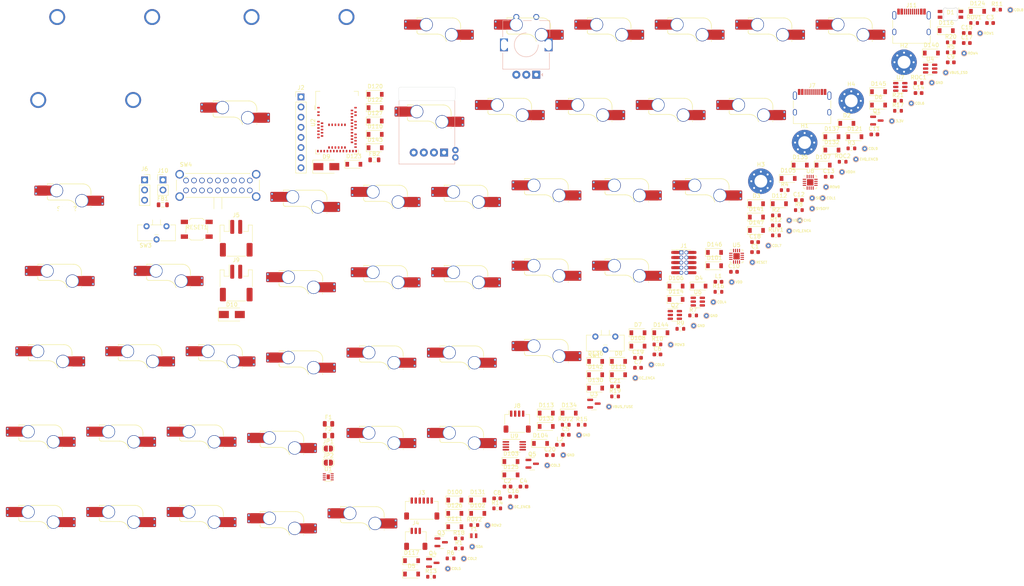
<source format=kicad_pcb>
(kicad_pcb (version 20211014) (generator pcbnew)
  (title_block (title "ALOIDIA Keyboard Left Side PCB") (date "2022-07-06") (comment 2 "Author: Vincent Nguyen"))
  (layers (0 "F.Cu" signal) (31 "B.Cu" signal) (34 "B.Paste" user) (35 "F.Paste" user) (36 "B.SilkS" user "B.Silkscreen") (37 "F.SilkS" user "F.Silkscreen") (38 "B.Mask" user) (39 "F.Mask" user) (44 "Edge.Cuts" user))
  (net 0 "")
  (net 1 "Net-(R5-Pad2)")
  (net 2 "SYSOFF")
  (net 3 "GND")
  (net 4 "/NTC")
  (net 5 "/TS")
  (net 6 "Net-(R16-Pad1)")
  (net 7 "Net-(R11-Pad1)")
  (net 8 "Net-(D1-Pad2)")
  (net 9 "VBUS")
  (net 10 "D-")
  (net 11 "/MCU_D-")
  (net 12 "/VOC_SAMP")
  (net 13 "/VBAT_UV")
  (net 14 "/VRDIV")
  (net 15 "/VBAT_OV")
  (net 16 "CELL+")
  (net 17 "D+")
  (net 18 "/MCU_D+")
  (net 19 "Net-(R21-Pad1)")
  (net 20 "/CC1")
  (net 21 "/CC2")
  (net 22 "/VM")
  (net 23 "+BATT")
  (net 24 "/AP_VDD")
  (net 25 "/ISET")
  (net 26 "Net-(Q1-Pad1)")
  (net 27 "/ILIM")
  (net 28 "VDD_nrf")
  (net 29 "SCL")
  (net 30 "SDA")
  (net 31 "LED_BLUE")
  (net 32 "LED_GREEN")
  (net 33 "Net-(R10-Pad1)")
  (net 34 "Net-(D1-Pad1)")
  (net 35 "/TMR")
  (net 36 "CHG")
  (net 37 "Net-(D1-Pad3)")
  (net 39 "ROW4")
  (net 40 "ROW3")
  (net 41 "ROW2")
  (net 42 "ROW1")
  (net 43 "ROW0")
  (net 44 "COL9")
  (net 45 "COL8")
  (net 46 "COL7")
  (net 47 "COL6")
  (net 48 "COL5")
  (net 49 "COL4")
  (net 51 "/XL1")
  (net 52 "/XL2")
  (net 56 "EVQ_ENCB")
  (net 58 "EVQ_ENCA")
  (net 61 "VDDH")
  (net 62 "/DCCH")
  (net 63 "COL3")
  (net 64 "COL2")
  (net 65 "COL1")
  (net 66 "COL0")
  (net 67 "RESET")
  (net 68 "DIN")
  (net 69 "SCK")
  (net 70 "CS")
  (net 71 "DC")
  (net 72 "RST")
  (net 73 "BUSY")
  (net 74 "SWO")
  (net 75 "EC_ENCB")
  (net 76 "EC_ENCA")
  (net 78 "SWDIO")
  (net 80 "SWCLK")
  (net 88 "Net-(Q2-Pad2)")
  (net 89 "-BATT")
  (net 90 "/DO")
  (net 91 "/CO")
  (net 94 "VBUS_ESD")
  (net 96 "/LTC_G")
  (net 97 "VBUS_FUSE")
  (net 98 "/VBUS_REM_FUSE")
  (net 99 "+3.3V")
  (net 101 "/LTC_IN")
  (net 104 "/VREF_SAMP")
  (net 106 "/VSTOR")
  (net 107 "/LBST")
  (net 109 "Net-(FB1-Pad1)")
  (net 110 "Net-(FB2-Pad1)")
  (net 111 "/VBUS_IN")
  (net 112 "/VBUS_REM")
  (net 113 "Net-(D133-Pad1)")
  (net 114 "Net-(D134-Pad1)")
  (net 115 "Net-(D135-Pad1)")
  (net 116 "Net-(D136-Pad1)")
  (net 117 "Net-(D137-Pad1)")
  (net 118 "Net-(D140-Pad1)")
  (net 119 "Net-(D141-Pad1)")
  (net 120 "Net-(D142-Pad1)")
  (net 121 "Net-(D143-Pad1)")
  (net 122 "Net-(D144-Pad1)")
  (net 123 "Net-(D145-Pad1)")
  (net 124 "Net-(D146-Pad1)")
  (net 125 "/ROW4_SW")
  (net 126 "Net-(D132-Pad1)")
  (net 127 "Net-(D2-Pad1)")
  (net 128 "Net-(D3-Pad1)")
  (net 129 "Net-(D4-Pad1)")
  (net 130 "Net-(D5-Pad1)")
  (net 131 "Net-(D6-Pad1)")
  (net 132 "Net-(D126-Pad1)")
  (net 133 "Net-(D100-Pad1)")
  (net 134 "Net-(D101-Pad1)")
  (net 135 "Net-(D102-Pad1)")
  (net 136 "Net-(D103-Pad1)")
  (net 137 "Net-(D104-Pad1)")
  (net 138 "Net-(D105-Pad1)")
  (net 139 "Net-(D106-Pad1)")
  (net 140 "Net-(D107-Pad1)")
  (net 141 "Net-(D108-Pad1)")
  (net 142 "Net-(D110-Pad1)")
  (net 143 "Net-(D111-Pad1)")
  (net 144 "Net-(D114-Pad1)")
  (net 145 "Net-(D112-Pad1)")
  (net 146 "Net-(D113-Pad1)")
  (net 147 "Net-(D115-Pad1)")
  (net 148 "Net-(D116-Pad1)")
  (net 149 "Net-(D117-Pad1)")
  (net 150 "Net-(D120-Pad1)")
  (net 151 "Net-(D121-Pad1)")
  (net 152 "Net-(D122-Pad1)")
  (net 153 "Net-(D123-Pad1)")
  (net 154 "Net-(D124-Pad1)")
  (net 155 "Net-(D125-Pad1)")
  (net 156 "Net-(D127-Pad1)")
  (net 157 "Net-(D130-Pad1)")
  (net 158 "Net-(D131-Pad1)")
  (net 159 "Net-(D10-Pad2)")
  (net 170 "Net-(J3-Pad1)")
  (net 171 "Net-(J3-Pad2)")
  (net 172 "Net-(J3-Pad3)")
  (net 173 "Net-(J3-Pad4)")
  (net 174 "Net-(J3-Pad5)")
  (net 175 "Net-(J3-Pad6)")
  (footprint "0_mx:MX_HS_AS_1u" (layer "F.Cu") (at -254.985945 111.288002)
    (fp_text reference "SW106" hide)
    (fp_text value "SW_Push")
  )
  (footprint "Resistor_SMD:R_0603_1608Metric" (layer "F.Cu") (at -142.855945 104.488002)
    (fp_text reference "RUV2")
    (fp_text value "6.04M")
  )
  (footprint "Package_DFN_QFN:VQFN-16-1EP_3x3mm_P0.5mm_EP1.6x1.6mm" (layer "F.Cu") (at -81.545945 43.618002)
    (fp_text reference "U8")
    (fp_text value "BQ25504")
  )
  (footprint "Connector_JST:JST_SH_SM03B-SRSS-TB_1x03-1MP_P1.00mm_Horizontal" (layer "F.Cu") (at -180.465945 133.118002)
    (fp_text reference "J4")
    (fp_text value "SM03B-SRSS-TB(LF)(SN)")
  )
  (footprint "Capacitor_SMD:C_0603_1608Metric" (layer "F.Cu") (at -65.455945 31.608002)
    (fp_text reference "C11")
    (fp_text value "0.1uF")
  )
  (footprint "Diode_SMD:D_SOD-123" (layer "F.Cu") (at -109.435945 69.668002)
    (fp_text reference "D4")
    (fp_text value "1N4148W")
  )
  (footprint "0_various:TestPoint" (layer "F.Cu") (at -168.415945 138.098002)
    (fp_text reference "TP23" hide)
    (fp_text value "COL2" hide)
  )
  (footprint "Capacitor_SMD:C_0603_1608Metric" (layer "F.Cu") (at -95.365945 61.138002)
    (fp_text reference "C1")
    (fp_text value "100nF")
  )
  (footprint "Capacitor_SMD:C_0603_1608Metric" (layer "F.Cu") (at -160.035945 122.958002)
    (fp_text reference "C8")
    (fp_text value "2.2uF")
  )
  (footprint "Capacitor_SMD:C_0603_1608Metric" (layer "F.Cu") (at -46.275945 13.508002)
    (fp_text reference "C9")
    (fp_text value "1uF")
  )
  (footprint "Diode_SMD:D_SOD-123" (layer "F.Cu") (at -141.985945 101.558002)
    (fp_text reference "D134")
    (fp_text value "1N4148W")
  )
  (footprint "0_mx:MX_HS_AS_1u" (layer "F.Cu") (at -250.225945 91.118002)
    (fp_text reference "SW130" hide)
    (fp_text value "SW_Push")
  )
  (footprint "Resistor_SMD:R_0603_1608Metric" (layer "F.Cu") (at -119.855945 84.318002)
    (fp_text reference "R10")
    (fp_text value "1.27k")
  )
  (footprint "0_various:TestPoint" (layer "F.Cu") (at -86.805945 53.178002)
    (fp_text reference "TP4" hide)
    (fp_text value "VBUS" hide)
  )
  (footprint "0_various:TestPoint" (layer "F.Cu") (at -166.315945 135.088002)
    (fp_text reference "TP10" hide)
    (fp_text value "SDA" hide)
  )
  (footprint "Diode_SMD:D_SOD-123" (layer "F.Cu") (at -190.645945 34.938002)
    (fp_text reference "D143")
    (fp_text value "1N4148W")
  )
  (footprint "0_various:TestPoint" (layer "F.Cu") (at -47.555945 16.088002)
    (fp_text reference "TP5" hide)
    (fp_text value "VBUS_ESD" hide)
  )
  (footprint "Diode_SMD:D_SOD-123" (layer "F.Cu") (at -129.605945 91.928002)
    (fp_text reference "D115")
    (fp_text value "1N4148W")
  )
  (footprint "0_mx:MX_HS_AS_1u" (layer "F.Cu") (at -208.825945 52.348002)
    (fp_text reference "SW115" hide)
    (fp_text value "SW_Push")
  )
  (footprint "Diode_SMD:D_SOD-123" (layer "F.Cu") (at -129.605945 88.578002)
    (fp_text reference "D8")
    (fp_text value "SMF5.0CA")
  )
  (footprint "0_switch_button:SW_EG6201" (layer "F.Cu") (at -230.085945 44.408002)
    (fp_text reference "SW4")
    (fp_text value "EG6201")
  )
  (footprint "Diode_SMD:D_SOD-123" (layer "F.Cu") (at -135.355945 95.278002)
    (fp_text reference "D130")
    (fp_text value "1N4148W")
  )
  (footprint "Diode_SMD:D_SOD-123" (layer "F.Cu") (at -78.285945 39.298002)
    (fp_text reference "D107")
    (fp_text value "1N4148W")
  )
  (footprint "Inductor_SMD:L_0805_2012Metric" (layer "F.Cu") (at -190.845945 37.988002)
    (fp_text reference "FB2")
    (fp_text value "MH2029-600Y")
  )
  (footprint "marbastlib-various:SW_SSSS213100" (layer "F.Cu") (at -245.480945 56.308002)
    (fp_text reference "SW3")
    (fp_text value "SSSS213100")
  )
  (footprint "Resistor_SMD:R_0603_1608Metric" (layer "F.Cu") (at -90.135945 54.438002)
    (fp_text reference "R12")
    (fp_text value "1.4k")
  )
  (footprint "Diode_SMD:D_SOD-123" (layer "F.Cu") (at -115.185945 69.668002)
    (fp_text reference "D106")
    (fp_text value "1N4148W")
  )
  (footprint "0_various:TestPoint" (layer "F.Cu") (at -31.355945 0.358002)
    (fp_text reference "TP26" hide)
    (fp_text value "COL8" hide)
  )
  (footprint "Diode_SMD:D_SOD-123" (layer "F.Cu") (at -170.665945 123.378002)
    (fp_text reference "D100")
    (fp_text value "1N4148W")
  )
  (footprint "0_various:TestPoint" (layer "F.Cu") (at -143.485945 112.088002)
    (fp_text reference "TP30" hide)
    (fp_text value "GND" hide)
  )
  (footprint "0_mx:MX_HS_AS_1u" (layer "F.Cu") (at -189.715945 111.618002)
    (fp_text reference "SW102" hide)
    (fp_text value "SW_Push")
  )
  (footprint "Connector_JST:JST_PH_S2B-PH-SM4-TB_1x02-1MP_P2.00mm_Horizontal" (layer "F.Cu") (at -225.495945 57.658002)
    (fp_text reference "J5")
    (fp_text value "S2B-PH-SM4-TB(LF)(SN)")
  )
  (footprint "Resistor_SMD:R_0603_1608Metric" (layer "F.Cu") (at -110.905945 77.048002)
    (fp_text reference "R7")
    (fp_text value "10k")
  )
  (footprint "0_various:TestPoint" (layer "F.Cu") (at -81.055945 50.238002)
    (fp_text reference "TP7" hide)
    (fp_text value "SYSOFF" hide)
  )
  (footprint "0_various:FTSH-105-01" (layer "F.Cu") (at -113.235945 63.768002)
    (fp_text reference "J1")
    (fp_text value "SWD_02x05_1.27mm")
  )
  (footprint "0_mx:MX_HS_AS_1u" (layer "F.Cu") (at -214.645945 112.858002)
    (fp_text reference "SW131" hide)
    (fp_text value "SW_Push")
  )
  (footprint "0_mx:MX_HS_AS_1u" (layer "F.Cu") (at -157.505945 29.288002)
    (fp_text reference "SW243" hide)
    (fp_text value "SW_Push")
  )
  (footprint "Inductor_SMD:L_0603_1608Metric" (layer "F.Cu") (at -104.555945 68.598002)
    (fp_text reference "L1")
    (fp_text value "10uH")
  )
  (footprint "Package_TO_SOT_SMD:SOT-23" (layer "F.Cu") (at -135.785945 99.178002)
    (fp_text reference "U3")
    (fp_text value "MCP1812AT-033/TT")
  )
  (footprint "0_mx:MX_HS_AS_1u_EVQWGD001" (layer "F.Cu") (at -177.675945 30.953002)
    (fp_text reference "SW2")
    (fp_text value "MX_EVQWGD001")
    (fp_line (start -7.1 -8.35) (end -7.1 -10.7) (layer "Edge.Cuts") (width 0.05))
    (fp_line (start -6.575 -11.225) (end 6.575 -11.225) (layer "Edge.Cuts") (width 0.05))
    (fp_line (start 7.1 -10.7) (end 7.1 -8.35) (layer "Edge.Cuts") (width 0.05))
    (fp_line (start 6.575 -7.825) (end -6.575 -7.825) (layer "Edge.Cuts") (width 0.05))
    (fp_arc (start -6.575 -7.825) (mid -6.946231 -7.978769) (end -7.1 -8.35) (layer "Edge.Cuts") (width 0.05))
    (fp_arc (start -7.1 -10.7) (mid -6.946231 -11.071231) (end -6.575 -11.225) (layer "Edge.Cuts") (width 0.05))
    (fp_arc (start 7.1 -8.35) (mid 6.946231 -7.978769) (end 6.575 -7.825) (layer "Edge.Cuts") (width 0.05))
    (fp_arc (start 6.575 -11.225) (mid 6.946231 -11.071231) (end 7.1 -10.7) (layer "Edge.Cuts") (width 0.05))
  )
  (footprint "0_mx:MX_HS_AS_1u" (layer "F.Cu") (at -92.235945 9.118002)
    (fp_text reference "SW134" hide)
    (fp_text value "SW_Push")
  )
  (footprint "0_mx:MX_HS_AS_1.5u" (layer "F.Cu") (at -226.413445 29.948002)
    (fp_text reference "SW144" hide)
    (fp_text value "SW_Push")
  )
  (footprint "Diode_SMD:D_SOD-123" (layer "F.Cu") (at -72.345945 28.828002)
    (fp_text reference "D2")
    (fp_text value "1N4148W")
  )
  (footprint "Resistor_SMD:R_0603_1608Metric" (layer "F.Cu") (at -176.635945 142.628002)
    (fp_text reference "R13")
    (fp_text value "22k")
  )
  (footprint "0_various:TestPoint" (layer "F.Cu") (at -92.035945 59.528002)
    (fp_text reference "TP25" hide)
    (fp_text value "COL7" hide)
  )
  (footprint "Resistor_SMD:R_0603_1608Metric" (layer "F.Cu") (at -169.645945 135.518002)
    (fp_text reference "R1")
    (fp_text value "100k")
  )
  (footprint "0_mx:MX_HS_AS_1u" (layer "F.Cu") (at -254.985945 131.458002)
    (fp_text reference "SW125" hide)
    (fp_text value "SW_Push")
  )
  (footprint "Diode_SMD:D_SOD-123" (layer "F.Cu") (at -147.735945 101.558002)
    (fp_text reference "D113")
    (fp_text value "1N4148W")
  )
  (footprint "Resistor_SMD:R_0603_1608Metric" (layer "F.Cu") (at -71.205945 35.108002)
    (fp_text reference "R3")
    (fp_text value "27")
  )
  (footprint "Diode_SMD:D_SOD-123" (layer "F.Cu") (at -95.015945 52.348002)
    (fp_text reference "D141")
    (fp_text value "1N4148W")
  )
  (footprint "0_mx:MX_HS_AS_1.25u" (layer "F.Cu") (at -243.084695 70.948002)
    (fp_text reference "SW142" hide)
    (fp_text value "SW_Push")
  )
  (footprint "Capacitor_SMD:C_0603_1608Metric" (layer "F.Cu") (at -142.855945 106.998002)
    (fp_text reference "C5")
    (fp_text value "2.2uF")
  )
  (footprint "0_various:TestPoint" (layer "F.Cu") (at -78.405945 47.588002)
    (fp_text reference "TP22" hide)
    (fp_text value "COL1" hide)
  )
  (footprint "Diode_SMD:D_SOD-123" (layer "F.Cu") (at -164.915945 123.378002)
    (fp_text reference "D131")
    (fp_text value "1N4148W")
  )
  (footprint "Resistor_SMD:R_0603_1608Metric" (layer "F.Cu") (at -34.685945 0.288002)
    (fp_text reference "R11")
    (fp_text value "1.15k")
  )
  (footprint "MountingHole:MountingHole_3.2mm_M3_Pad_Via" (layer "F.Cu") (at -71.245945 23.178002)
    (fp_text reference "H4")
    (fp_text value "3.2mm_M3")
  )
  (footprint "marbastlib-mx:STAB_MX_P_2.25u" (layer "F.Cu") (at -263.249695 29.948002)
    (fp_text reference "S146" hide)
    (fp_text value "MX_stab")
  )
  (footprint "Crystal:Crystal_SMD_MicroCrystal_CM9V-T1A-2Pin_1.6x1.0mm" (layer "F.Cu") (at -165.915945 132.338002)
    (fp_text reference "Y1")
    (fp_text value "32.768kHz")
  )
  (footprint "0_mx:MX_HS_AS_1.25u" (layer "F.Cu") (at -272.774695 91.118002)
    (fp_text reference "SW244" hide)
    (fp_text value "SW_Push")
  )
  (footprint "Diode_SMD:D_SOD-123" (layer "F.Cu") (at -64.395945 24.228002)
    (fp_text reference "D6")
    (fp_text value "1N4148W")
  )
  (footprint "0_mx:MX_HS_AS_1u" (layer "F.Cu") (at -112.405945 9.118002)
    (fp_text reference "SW246" hide)
    (fp_text value "SW_Push")
  )
  (footprint "0_various:TestPoint" (layer "F.Cu") (at -61.055945 28.248002)
    (fp_text reference "TP1" hide)
    (fp_text value "3.3V" hide)
  )
  (footprint "0_mx:MX_HS_AS_1u" (layer "F.Cu") (at -214.645945 133.028002)
    (fp_text reference "SW124" hide)
    (fp_text value "SW_Push")
  )
  (footprint "Package_TO_SOT_SMD:SOT-23-6" (layer "F.Cu") (at -115.485945 76.918002)
    (fp_text reference "Q2")
    (fp_text value "DMG9926UDM")
  )
  (footprint "Diode_SMD:D_SOD-123" (layer "F.Cu") (at -181.515945 138.598002)
    (fp_text reference "D117")
    (fp_text value "1N4148W")
  )
  (footprint "0_mx:MX_HS_AS_1u" (layer "F.Cu") (at -168.485945 71.278002)
    (fp_text reference "SW133" hide)
    (fp_text value "SW_Push")
  )
  (footprint "Capacitor_SMD:C_0603_1608Metric" (layer "F.Cu") (at -95.365945 58.628002)
    (fp_text reference "C18")
    (fp_text value "10nF")
  )
  (footprint "Capacitor_SMD:C_0603_1608Metric" (layer "F.Cu") (at -84.385945 48.088002)
    (fp_text reference "C12")
    (fp_text value "0.1uF")
  )
  (footprint "0_mx:MX_HS_AS_1u" (layer "F.Cu") (at -209.885945 72.518002)
    (fp_text reference "SW132" hide)
    (fp_text value "SW_Push")
  )
  (footprint "0_mx:MX_HS_AS_1u" (layer "F.Cu") (at -189.715945 91.448002)
    (fp_text reference "SW114" hide)
    (fp_text value "SW_Push")
  )
  (footprint "0_switch_button:PTS526" (layer "F.Cu") (at -235.395945 55.408002)
    (fp_text reference "RESET1")
    (fp_text value "PTS526 SKG15 SMTR2 LFS")
  )
  (footprint "Diode_SMD:D_SOD-123" (layer "F.Cu") (at -51.155945 11.178002)
    (fp_text reference "D140")
    (fp_text value "1N4148W")
  )
  (footprint "Diode_SMD:D_SMA" (layer "F.Cu") (at -202.895945 39.688002)
    (fp_text reference "D9")
    (fp_text value "SMAJ70A")
  )
  (footprint "Package_SO:MSOP-8_3x3mm_P0.65mm" (layer "F.Cu") (at -155.755945 109.768002)
    (fp_text reference "U9")
    (fp_text value "LTC4359-MS8")
  )
  (footprint "Diode_SMD:D_SOD-123" (layer "F.Cu") (at -190.645945 24.888002)
    (fp_text reference "D122")
    (fp_text value "1N4148W")
  )
  (footprint "Diode_SMD:D_SOD-123" (layer "F.Cu") (at -47.415945 5.558002)
    (fp_text reference "D116")
    (fp_text value "1N4148W")
  )
  (footprint "Diode_SMD:D_SOD-123" (layer "F.Cu") (at -170.665945 130.078002)
    (fp_text reference "D111")
    (fp_text value "1N4148W")
  )
  (footprint "0_various:TestPoint" (layer "F.Cu") (at -38.935945 6.218002)
    (fp_text reference "TP17" hide)
    (fp_text value "ROW1" hide)
  )
  (footprint "Connector_USB:USB_C_Receptacle_HRO_TYPE-C-31-M-12" (layer "F.Cu") (at -81.065945 24.998002)
    (fp_text reference "J7")
    (fp_text value "USB4105-GF-A-120")
  )
  (footprint "0_various:TestPoint" (layer "F.Cu") (at -147.495945 114.678002)
    (fp_text reference "TP33" hide)
    (fp_text value "COL3" hide)
  )
  (footprint "0_various:TestPoint" (layer "F.Cu") (at -107.575945 77.118002)
    (fp_text reference "TP31" hide)
    (fp_text value "GND" hide)
  )
  (footprint "0_mx:MX_HS_AS_1u" (layer "F.Cu") (at -188.655945 71.278002)
    (fp_text reference "SW107" hide)
    (fp_text value "SW_Push")
  )
  (footprint "Resistor_SMD:R_0603_1608Metric" (layer "F.Cu") (at -54.365945 18.708002)
    (fp_text reference "ROC1")
    (fp_text value "16.2M")
  )
  (footprint "0_various:TestPoint" (layer "F.Cu") (at -51.035945 18.628002)
    (fp_text reference "TP32" hide)
    (fp_text value "GND" hide)
  )
  (footprint "Resistor_SMD:R_0603_1608Metric" (layer "F.Cu") (at -130.475945 97.368002)
    (fp_text reference "R19")
    (fp_text value "5.1k")
  )
  (footprint "Connector_PinHeader_2.54mm:PinHeader_1x08_P2.54mm_Vertical" (layer "F.Cu") (at -209.245945 22.188002)
    (fp_text reference "J2")
    (fp_text value "Pin headers 2.54mm 01x08")
  )
  (footprint "0_mx:MX_HS_AS_1u" (layer "F.Cu") (at -169.545945 91.448002)
    (fp_text reference "SW136" hide)
    (fp_text value "SW_Push")
  )
  (footprint "Capacitor_SMD:C_0603_1608Metric" (layer "F.Cu") (at -42.265945 8.658002)
    (fp_text reference "C17")
    (fp_text value "4.7uF")
  )
  (footprint "Diode_SMD:D_SOD-123" (layer "F.Cu") (at -181.515945 141.948002)
    (fp_text reference "D5")
    (fp_text value "1N4148W")
  )
  (footprint "Connector_USB:USB_C_Receptacle_HRO_TYPE-C-31-M-12" (layer "F.Cu") (at -56.135945 4.828002)
    (fp_text reference "J11")
    (fp_text value "USB4105-GF-A-120")
  )
  (footprint "Diode_SMD:D_SOD-123" (layer "F.Cu") (at -84.035945 39.298002)
    (fp_text reference "D135")
    (fp_text value "1N4148W")
  )
  (footprint "Resistor_SMD:R_0603_1608Metric" (layer "F.Cu") (at -73.405945 38.458002)
    (fp_text reference "ROC2")
    (fp_text value "3.8M")
  )
  (footprint "Diode_SMD:D_SOD-123" (layer "F.Cu") (at -190.645945 21.538002)
    (fp_text reference "D120")
    (fp_text value "1N4148W")
  )
  (footprint "Jumper:SolderJumper-2_P1.3mm_Open_RoundedPad1.0x1.5mm" (layer "F.Cu") (at -202.385945 110.448002)
    (fp_text reference "JP1")
    (fp_text value "OVCH_DISABLE")
  )
  (footprint "Diode_SMD:D_SOD-123" (layer "F.Cu") (at -190.645945 28.238002)
    (fp_text reference "D127")
    (fp_text value "1N4148W")
  )
  (footprint "0_various:IN-P32TRRRGB" (layer "F.Cu") (at -46.365945 1.458002)
    (fp_text reference "D1")
    (fp_text value "IN-P32TRRRGB")
    (fp_line (start 1.724999 0.702843) (end 1.725 -0.702842) (layer "Edge.Cuts") (width 0.1))
    (fp_line (start -0.819452 1.5) (end 0.819452 1.5) (layer "Edge.Cuts") (width 0.1))
    (fp_line (start -1.725 -0.702842) (end -1.725 0.702842) (layer "Edge.Cuts") (width 0.1))
    (fp_line (start 0.819453 -1.5) (end -0.819453 -1.499999) (layer "Edge.Cuts") (width 0.1))
    (fp_arc (start -1.071711 1.568299) (mid -1.663072 1.504035) (end -1.774484 0.919719) (layer "Edge.Cuts") (width 0.1))
    (fp_arc (start -1.774484 -0.91972) (mid -1.663071 -1.504034) (end -1.071711 -1.568298) (layer "Edge.Cuts") (width 0.1))
    (fp_arc (start 1.724999 -0.702842) (mid 1.737527 -0.814068) (end 1.774484 -0.91972) (layer "Edge.Cuts") (width 0.1))
    (fp_arc (start -0.819453 -1.499999) (mid -0.950123 -1.517376) (end -1.071711 -1.568298) (layer "Edge.Cuts") (width 0.1))
    (fp_arc (start -1.724999 0.702842) (mid -1.737519 0.81407) (end -1.774484 0.91972) (layer "Edge.Cuts") (width 0.1))
    (fp_arc (start 1.071711 -1.568299) (mid 1.663056 -1.504021) (end 1.774484 -0.91972) (layer "Edge.Cuts") (width 0.1))
    (fp_arc (start 1.774484 0.91972) (mid 1.737518 0.81407) (end 1.724999 0.702843) (layer "Edge.Cuts") (width 0.1))
    (fp_arc (start -1.774484 -0.91972) (mid -1.737528 -0.814068) (end -1.724999 -0.702843) (layer "Edge.Cuts") (width 0.1))
    (fp_arc (start -1.071711 1.568299) (mid -0.950123 1.517377) (end -0.819452 1.5) (layer "Edge.Cuts") (width 0.1))
    (fp_arc (start 1.774484 0.91972) (mid 1.66307 1.504034) (end 1.071711 1.568297) (layer "Edge.Cuts") (width 0.1))
    (fp_arc (start 1.071711 -1.568299) (mid 0.950123 -1.517377) (end 0.819453 -1.5) (layer "Edge.Cuts") (width 0.1))
    (fp_arc (start 0.819452 1.5) (mid 0.950122 1.517377) (end 1.07171 1.568299) (layer "Edge.Cuts") (width 0.1))
  )
  (footprint "0_mx:MX_HS_AS_1u" (layer "F.Cu") (at -209.885945 92.688002)
    (fp_text reference "SW117" hide)
    (fp_text value "SW_Push")
  )
  (footprint "0_various:TestPoint" (layer "F.Cu") (at -84.155945 53.178002)
    (fp_text reference "TP8" hide)
    (fp_text value "CHG" hide)
  )
  (footprint "Jumper:SolderJumper-2_P1.3mm_Open_RoundedPad1.0x1.5mm" (layer "F.Cu") (at -202.385945 113.998002)
    (fp_text reference "JP2")
    (fp_text value "REV_PROT_DISABLE")
  )
  (footprint "Diode_SMD:D_SOD-123" (layer "F.Cu") (at -70.335945 32.178002)
    (fp_text reference "D121")
    (fp_text value "1N4148W")
  )
  (footprint "Package_TO_SOT_SMD:SOT-23" (layer "F.Cu") (at -64.825945 28.128002)
    (fp_text reference "Q1")
    (fp_text value "PJA3404")
  )
  (footprint "Diode_SMD:D_SOD-123" (layer "F.Cu") (at -105.535945 64.568002)
    (fp_text reference "D101")
    (fp_text value "1N4148W")
  )
  (footprint "0_various:TestPoint" (layer "F.Cu") (at -56.185945 23.798002)
    (fp_text reference "TP24" hide)
    (fp_text value "COL6" hide)
  )
  (footprint "Resistor_SMD:R_0603_1608Metric" (layer "F.Cu") (at -165.785945 129.658002)
    (fp_text reference "ROV2")
    (fp_text value "5.49M")
  )
  (footprint "Diode_SMD:D_SOD-123" (layer "F.Cu") (at -195.995945 39.088002)
    (fp_text reference "D123")
    (fp_text value "1N4148W")
  )
  (footprint "Capacitor_SMD:C_0603_1608Metric" (layer "F.Cu") (at -42.265945 6.148002)
    (fp_text reference "C15")
    (fp_text value "4.7uF")
  )
  (footprint "MountingHole:MountingHole_3.2mm_M3_Pad_Via" (layer "F.Cu") (at -93.915945 43.348002)
    (fp_text reference "H3")
    (fp_text value "3.2mm_M3")
  )
  (footprint "Diode_SMD:D_SOD-123" (layer "F.Cu") (at -64.395945 20.878002)
    (fp_text reference "D145")
    (fp_text value "1N4148W")
  )
  (footprint "Diode_SMD:D_SOD-123" (layer "F.Cu") (at -149.175945 109.168002)
    (fp_text reference "D104")
    (fp_text value "1N4148W")
  )
  (footprint "0_mx:MX_HS_AS_1u" (layer "F.Cu") (at -194.475945 131.788002)
    (fp_text reference "SW121" hide)
    (fp_text value "SW_Push")
  )
  (footprint "Package_DFN_QFN:VQFN-16-1EP_3x3mm_P0.5mm_EP1.6x1.6mm" (layer "F.Cu") (at -100.015945 62.188002)
    (fp_text reference "U5")
    (fp_text value "BQ24075RGT")
  )
  (footprint "Capacitor_SMD:C_0603_1608Metric" (layer "F.Cu") (at -54.365945 21.218002)
    (fp_text reference "C14")
    (fp_text value "4.7uF")
  )
  (footprint "0_mx:MX_HS_AS_1u" (layer "F.Cu") (at -72.065945 9.118002)
    (fp_text reference "SW116" hide)
    (fp_text value "SW_Push")
  )
  (footprint "0_various:TestPoint" (layer "F.Cu") (at -172.425945 140.608002)
    (fp_text reference "TP35" hide)
    (fp_text value "COL5" hide)
  )
  (footprint "Diode_SMD:D_SOD-123" (layer "F.Cu") (at -95.015945 55.698002)
    (fp_text reference "D147")
    (fp_text value "1N4148W")
  )
  (footprint "Diode_SMD:D_SMA" (layer "F.Cu") (at -226.595945 76.808002)
    (fp_text reference "D10")
    (fp_text value "SMAJ24A")
  )
  (footprint "0_various:TestPoint" (layer "F.Cu") (at -77.575945 44.808002)
    (fp_text reference "TP16" hide)
    (fp_text value "ROW0" hide)
  )
  (footprint "0_various:TestPoint" (layer "F.Cu") (at -73.565945 41.038002)
    (fp_text reference "TP3" hide)
    (fp_text value "VDDH" hide)
  )
  (footprint "Resistor_SMD:R_0603_1608Metric" (layer "F.Cu") (at -160.035945 125.468002)
    (fp_text reference "R14")
    (fp_text value "2.7k")
  )
  (footprint "Connector_PinSocket_2.54mm:PinSocket_1x03_P2.54mm_Vertical" (layer "F.Cu") (at -248.465945 43.018002)
    (fp_text reference "J6")
    (fp_text value "Pin headers 2.54mm 01x03")
  )
  (footprint "0_mx:MX_HS_AS_1u" (layer "F.Cu") (at -148.315945 49.458002)
    (fp_text reference "SW110" hide)
    (fp_text value "SW_Push")
  )
  (footprint "0_mx:MX_HS_AS_1.25u" (layer "F.Cu") (at -175.294695 9.118002)
    (fp_text reference "SW143" hide)
    (fp_text value "SW_Push")
  )
  (footprint "Connector_JST:JST_PH_S2B-PH-SM4-TB_1x02-1MP_P2.00mm_Horizontal" (layer "F.Cu") (at -225.495945 68.908002)
    (fp_text reference "J9")
    (fp_text value "S2B-PH-SM4-TB(LF)(SN)")
  )
  (footprint "Resistor_SMD:R_0603_1608Metric" (layer "F.Cu") (at -114.105945 80.398002)
    (fp_text reference "R9")
    (fp_text value "100k")
  )
  (footprint "0_mx:MX_HS_AS_1u" (layer "F.Cu") (at -230.055945 91.118002)
    (fp_text reference "SW123" hide)
    (fp_text value "SW_Push")
  )
  (footprint "Capacitor_SMD:C_0603_1608Metric" (layer "F.Cu") (at -146.815945 112.098002)
    (fp_text reference "C20")
    (fp_text value "1.5uF")
  )
  (footprint "Package_TO_SOT_SMD:SOT-23" (layer "F.Cu") (at -174.095945 133.978002)
    (fp_text reference "Q3")
    (fp_text value "Si2371EDS")
  )
  (footprint "Resistor_SMD:R_0603_1608Metric" (layer "F.Cu") (at -169.645945 133.008002)
    (fp_text reference "R18")
    (fp_text value "2.7k")
  )
  (footprint "Diode_SMD:D_SOD-123" (layer "F.Cu") (at -39.565945 0.708002)
    (fp_text reference "D124")
    (fp_text value "1N4148W")
  )
  (footprint "Resistor_SMD:R_0603_1608Metric" (layer "F.Cu") (at -59.515945 25.668002)
    (fp_text reference "R17")
    (fp_text value "330")
  )
  (footprint "0_various:TestPoint" (layer "F.Cu") (at -110.775945 79.628002)
    (fp_text reference "TP28" hide)
    (fp_text value "GND" hide)
  )
  (footprint "0_various:TestPoint" (layer "F.Cu") (at -96.045945 63.718002)
    (fp_text reference "TP15" hide)
    (fp_text value "RESET" hide)
  )
  (footprint "0_mx:MX_HS_AS_1.5u" (layer "F.Cu") (at -270.393445 70.948002)
    (fp_text reference "SW112" hide)
    (fp_text value "SW_Push")
  )
  (footprint "Diode_SMD:D_SOD-123" (layer "F.Cu") (at -76.085945 32.178002)
    (fp_text reference "D137")
    (fp_text value "1N4148W")
  )
  (footprint "Capacitor_SMD:C_0603_1608Metric" (layer "F.Cu") (at -100.655945 66.088002)
    (fp_text reference "C10")
    (fp_text value "0.1uF")
  )
  (footprint "Resistor_SMD:R_0603_1608Metric" (layer "F.Cu") (at -46.275945 10.998002)
    (fp_text reference "R5")
    (fp_text value "100k")
  )
  (footprint "0_mx:MX_HS_AS_1u" (layer "F.Cu") (at -169.545945 111.618002)
    (fp_text reference "SW103" hide)
    (fp_text value "SW_Push")
  )
  (footprint "0_mx:MX_HS_AS_1u" (layer "F.Cu") (at -107.975945 49.458002)
    (fp_text reference "SW113" hide)
    (fp_text value "SW_Push")
  )
  (footprint "0_various:TestPoint" (layer "F.Cu") (at -101.225945 68.668002)
    (fp_text reference "TP2" hide)
    (fp_text value "VDD" hide)
  )
  (footprint "0_various:TestPoint" (layer "F.Cu") (at -67.875945 35.178002)
    (fp_text reference "TP27" hide)
    (fp_text value "COL9" hide)
  )
  (footprint "0_mx:MX_HS_AS_1u" (layer "F.Cu") (at -234.815945 131.458002)
    (fp_text reference "SW141" hide)
    (fp_text value "SW_Push")
  )
  (footprint "Resistor_SMD:R_0603_1608Metric" (layer "F.Cu") (at -171.745945 138.028002)
    (fp_text reference "R6")
    (fp_text value "10k")
  )
  (footprint "Resistor_SMD:R_0603_1608Metric" (layer "F.Cu") (at -104.555945 71.108002)
    (fp_text reference "R16")
    (fp_text value "10k")
  )
  (footprint "Diode_SMD:D_SOD-123" (layer "F.Cu") (at -95.015945 48.998002)
    (fp_text reference "D3")
    (fp_text value "1N4148W")
  )
  (footprint "marbastlib-mx:STAB_MX_P_2.75u" (layer "F.Cu") (at -258.487195 9.118002)
    (fp_text reference "S246" hide)
    (fp_text value "MX_stab")
  )
  (footprint "marbastlib-mx:STAB_MX_P_2.25u" (layer "F.Cu") (at -209.749695 9.118002)
    (fp_text reference "S132" hide)
    (fp_text value "MX_stab")
  )
  (footprint "0_various:TestPoint" (layer "F.Cu") (at -116.525945 84.388002)
    (fp_text reference "TP19" hide)
    (fp_text value "ROW3" hide)
  )
  (footprint "Capacitor_SMD:C_0603_1608Metric" (layer "F.Cu") (at -76.895945 42.228002)
    (fp_text reference "C13")
    (fp_text value "0.1uF")
  )
  (footprint "Capacitor_SMD:C_0603_1608Metric" (layer "F.Cu") (at -36.425945 3.638002)
    (fp_text reference "C3")
    (fp_text value "10uF")
  )
  (footprint "Diode_SMD:D_SOD-123" (layer "F.Cu") (at -135.355945 88.578002)
    (fp_text reference "D136")
    (fp_text value "1N4148W")
  )
  (footprint "Resistor_SMD:R_0603_1608Metric" (layer "F.Cu") (at -138.845945 104.488002)
    (fp_text reference "R15")
    (fp_text value "1.8k")
  )
  (footprint "Diode_SMD:D_SOD-123" (layer "F.Cu") (at -124.735945 84.738002)
    (fp_text reference "D108")
    (fp_text value "1N4148W")
  )
  (footprint "0_mx:MX_HS_AS_1u" (layer "F.Cu") (at -137.335945 29.288002)
    (fp_text reference "SW145" hide)
    (fp_text value "SW_Push")
  )
  (footprint "Package_DFN_QFN:TDFN-8-1EP_2x2mm_P0.5mm_EP0.8x1.2mm" (layer "F.Cu") (at -202.415945 117.548002)
    (fp_text reference "U1")
    (fp_text value "MAX17048")
  )
  (footprint "Resistor_SMD:R_0603_1608Metric" (layer "F.Cu") (at -46.275945 8.488002)
    (fp_text reference "R20")
    (fp_text value "5.1k")
  )
  (footprint "0_mx:MX_HS_AS_EC11_1u" (layer "F.Cu") (at -152.745945 9.118002)
    (fp_text reference "SW100" hide)
    (fp_text value "MX_EC11")
  )
  (footprint "Capacitor_SMD:C_0603_1608Metric" (layer "F.Cu") (at -156.025945 122.508002)
    (fp_text reference "C16")
    (fp_text value "100nF")
  )
  (footprint "0_mx:MX_HS_AS_1.75u" (layer "F.Cu") (at -268.012195 50.778002)
    (fp_text reference "SW122")
    (fp_text value "SW_Push")
  )
  (footprint "Capacitor_SMD:C_0603_1608Metric" (layer "F.Cu") (at -130.475945 94.858002)
    (fp_text reference "C21")
    (fp_text value "4.7uF")
  )
  (footprint "0_mx:MX_HS_AS_1u" (layer "F.Cu") (at -275.155945 111.288002)
    (fp_text reference "SW146" hide)
    (fp_text value "SW_Push")
  )
  (footprint "Diode_SMD:D_SOD-123" (layer "F.Cu") (at -156.585945 113.718002)
    (fp_text reference "D103")
    (fp_text value "1N4148W")
  )
  (footprint "Diode_SMD:D_SOD-123" (layer "F.Cu") (at -124.735945 81.388002)
    (fp_text reference "D7")
    (fp_text value "SMF5.0CA")
  )
  (footprint "0_mx:MX_HS_AS_1u" (layer "F.Cu") (at -188.655945 51.108002)
    (fp_text reference "SW101" hide)
    (fp_text value "SW_Push")
  )
  (footprint "Connector_JST:JST_SH_SM06B-SRSS-TB_1x06-1MP_P1.00mm_Horizontal" (layer "F.Cu") (at -178.965945 125.508002)
    (fp_text reference "J3")
    (fp_text value "SM06B-SRSS-TB")
  )
  (footprint "0_various:TestPoint" (layer "F.Cu") (at -132.015945 99.948002)
    (fp_text reference "TP6" hide)
    (fp_text value "VBUS_FUSE" hide)
  )
  (footprint "Capacitor_SMD:C_0603_1608Metric" (layer "F.Cu") (at -157.455945 119.998002)
    (fp_text reference "C2")
    (fp_text value "10uF")
  )
  (footprint "Fuse:Fuse_0805_2012Metric" (layer "F.Cu") (at -202.355945 107.198002)
    (fp_text reference "F2")
    (fp_text value "0805L150SLYR")
  )
  (footprint "Inductor_SMD:L_0603_1608Metric" (layer "F.Cu") (at -144.295945 109.508002)
    (fp_text reference "L2")
    (fp_text value "22uH")
  )
  (footprint "Resistor_SMD:R_0603_1608Metric" (layer "F.Cu") (at -84.385945 50.598002)
    (fp_text reference "R8")
    (fp_text value "100k")
  )
  (footprint "Resistor_SMD:R_0603_1608Metric" (layer "F.Cu") (at -87.935945 45.578002)
    (fp_text reference "R4")
    (fp_text value "1k")
  )
  (footprint "0_various:TestPoint" (layer "F.Cu") (at -42.945945 11.238002)
    (fp_text reference "TP20" hide)
    (fp_text value "ROW4" hide)
  )
  (footprint "Package_TO_SOT_SMD:SOT-23" (layer "F.Cu") (at -176.195945 139.148002)
    (fp_text reference "Q4")
    (fp_text value "Si2371EDS")
  )
  (footprint "0_mx:MX_HS_AS_1u" (layer "F.Cu") (at -148.315945 89.798002)
    (fp_text reference "SW108" hide)
    (fp_text value "SW_Push")
  )
  (footprint "0_various:TestPoint" (layer "F.Cu") (at -162.455945 129.728002)
    (fp_text reference "TP18" hide)
    (fp_text value "ROW2" hide)
  )
  (footprint "Diode_SMD:D_SOD-123" (layer "F.Cu") (at -87.065945 42.648002)
    (fp_text reference "D105")
    (fp_text value "1N4148W")
  )
  (footprint "RF_Module:Raytac_MDBT50Q" (layer "F.Cu") (at -200.220945 28.638002)
    (fp_text reference "U2")
    (fp_text value "MDBT50Q-1MV2")
  )
  (footprint "Capacitor_SMD:C_0603_1608Metric" (layer "F.Cu") (at -124.725945 87.668002)
    (fp_text reference "C19")
    (fp_text value "10nF")
  )
  (footprint "Diode_SMD:D_SOD-123" (layer "F.Cu") (at -115.185945 73.018002)
    (fp_text reference "D114")
    (fp_text value "1N4148W")
  )
  (footprint "0_various:TestPoint" (layer "F.Cu") (at -70.075945 37.828002)
    (fp_text reference "TP11" hide)
    (fp_text value "EVQ_ENCB" hide)
  )
  (footprint "marbastlib-various:SW_SSSS213100" (layer "F.Cu") (at -132.920945 83.988002)
    (fp_text reference "SW1")
    (fp_text value "SSSS213100")
  )
  (footprint "0_various:TestPoint" (layer "F.Cu") (at -139.525945 107.068002)
    (fp_text reference "TP29" hide)
    (fp_text value "GND" hide)
  )
  (footprint "0_mx:MX_HS_AS_1u" (layer "F.Cu") (at -128.145945 69.628002)
    (fp_text reference "SW104" hide)
    (fp_text value "SW_Push")
  )
  (footprint "0_various:TestPoint" (layer "F.Cu") (at -125.405945 92.758002)
    (fp_text reference "TP14" hide)
    (fp_text value "EC_ENCA" hide)
  )
  (footprint "0_mx:MX_HS_AS_1u" (layer "F.Cu") (at -234.815945 111.288002)
    (fp_text reference "SW120" hide)
    (fp_text value "SW_Push")
  )
  (footprint "Capacitor_SMD:C_0603_1608Metric" (layer "F.Cu") (at -124.725945 90.178002)
    (fp_text reference "C7")
    (fp_text value "16pF")
  )
  (footprint "Diode_SMD:D_SOD-123" (layer "F.Cu") (at -170.665945 126.728002)
    (fp_text reference "D126")
    (fp_text value "1N4148W")
  )
  (footprint "Diode_SMD:D_SOD-123" (layer "F.Cu") (at -147.735945 104.908002)
    (fp_text reference "D133")
    (fp_text value "1N4148W")
  )
  (footprint "Resistor_SMD:R_0603_1608Metric" (layer "F.Cu") (at -90.135945 51.928002)
    (fp_text reference "R2")
    (fp_text value "27")
  )
  (footprint "Package_TO_SOT_SMD:SOT-23-6" (layer "F.Cu") (at -51.455945 15.078002)
    (fp_text reference "U4")
    (fp_text value "DMN2004DMK-7")
  )
  (footprint "Capacitor_SMD:C_0603_1608Metric" (layer "F.Cu") (at -119.855945 86.828002)
    (fp_text reference "C6")
    (fp_text value "16pF")
  )
  (footprint "0_mx:MX_HS_AS_1u" (layer "F.Cu") (at -117.165945 29.288002)
    (fp_text reference "SW137" hide)
    (fp_text value "SW_Push")
  )
  (footprint "Resistor_SMD:R_0603_1608Metric" (layer "F.Cu") (at -59.515945 23.158002)
    (fp_text reference "R21")
    (fp_text value "1k")
  )
  (footprint "0_various:TestPoint" (layer "F.Cu") (at -121.395945 89.408002)
    (fp_text reference "TP21" hide)
    (fp_text value "COL0" hide)
  )
  (footprint "Diode_SMD:D_SOD-123" (layer "F.Cu") (at -105.535945 61.218002)
    (fp_text reference "D146")
    (fp_text value "1N4148W")
  )
  (footprint "Connector_JST:JST_SH_SM04B-SRSS-TB_1x04-1MP_P1.00mm_Horizontal" (layer "F.Cu") (at -155.035945 103.688002)
    (fp_text reference "J8")
    (fp_text value "SM04B-SRSS-TB(LF)(SN)")
  )
  (footprint "Connector_PinHeader_2.54mm:PinHeader_1x02_P2.54mm_Vertical" (layer "F.Cu") (at -243.865945 43.018002)
    (fp_text reference "J10")
    (fp_text value "Pin headers 2.54mm 01x02")
  )
  (footprint "Capacitor_SMD:C_0603_1608Metric" (layer "F.Cu") (at -153.445945 119.998002)
    (fp_text reference "C4")
    (fp_text value "10uF")
  )
  (footprint "Package_TO_SOT_SMD:SOT-23" (layer "F.Cu") (at -151.265945 114.268002)
    (fp_text reference "Q5")
    (fp_text value "PJA3404")
  )
  (footprint "0_mx:MX_HS_AS_1u" (layer "F.Cu") (at -96.995945 29.288002)
    (fp_text reference "SW140" hide)
    (fp_text value "SW_Push")
  )
  (footprint "0_mx:MX_HS_AS_1u" (layer "F.Cu") (at -275.155945 131.458002)
    (fp_text reference "SW135" hide)
    (fp_text value "SW_Push")
  )
  (footprint "0_various:TestPoint" (layer "F.Cu") (at -81.055945 47.588002)
    (fp_text reference "TP9" hide)
    (fp_text value "SCL" hide)
  )
  (footprint "Resistor_SMD:R_0603_1608Metric" (layer "F.Cu") (at -90.135945 56.948002)
    (fp_text reference "RUV1")
    (fp_text value "3.83M")
  )
  (footprint "Resistor_SMD:R_0603_1608Metric" (layer "F.Cu") (at -40.435945 3.638002)
    (fp_text reference "ROV1")
    (fp_text value "4.42M")
  )
  (footprint "0_mx:MX_HS_AS_1u" (layer "F.Cu") (at -132.575945 9.118002)
    (fp_text reference "SW127" hide)
    (fp_text value "SW_Push")
  )
  (footprint "0_mx:MX_HS_AS_1u" (layer "F.Cu") (at -168.485945 51.108002)
    (fp_text reference "SW105" hide)
    (fp_text value "SW_Push")
  )
  (footprint "MountingHole:MountingHole_3.2mm_M3_Pad_Via" (layer "F.Cu") (at -82.935945 33.648002)
    (fp_text reference "H1")
    (fp_text value "3.2mm_M3")
  )
  (footprint "MountingHole:MountingHole_3.2mm_M3_Pad_Via" (layer "F.Cu") (at -58.005945 13.478002)
    (fp_text reference "H2")
    (fp_text value "3.2mm_M3")
  )
  (footprint "Package_TO_SOT_SMD:SOT-23-6" (layer "F.Cu") (at -58.945945 19.678002)
    (fp_text reference "U7")
    (fp_text value "STS234050UL30")
  )
  (footprint "Package_TO_SOT_SMD:SOT-23-6" (layer "F.Cu") (at -109.735945 73.568002)
    (fp_text reference "U6")
    (fp_text value "AP9101CK6-ANTRG1")
  )
  (footprint "Inductor_SMD:L_0805_2012Metric" (layer "F.Cu") (at -243.915945 49.268002)
    (fp_text reference "FB1")
    (fp_text value "MH2029-600Y")
  )
  (footprint "Diode_SMD:D_SOD-123" (layer "F.Cu") (at -164.915945 126.728002)
    (fp_text reference "D102")
    (fp_text value "1N4148W")
  )
  (footprint "Diode_SMD:D_SOD-123" (layer "F.Cu") (at -156.585945 117.068002)
    (fp_text reference "D125")
    (fp_text value "1N4148W")
  )
  (footprint "Fuse:Fuse_0805_2012Metric" (layer "F.Cu") (at -202.355945 104.248002)
    (fp_text reference "F1")
    (fp_text value "0805L150SLYR")
  )
  (footprint "Diode_SMD:D_SOD-123" (layer "F.Cu") (at -135.355945 91.928002)
    (fp_text reference "D142")
    (fp_text value "1N4148W")
  )
  (footprint "Diode_SMD:D_SOD-123" (layer "F.Cu") (at -89.265945 48.998002)
    (fp_text reference "D112")
    (fp_text value "1N4148W")
  )
  (footprint "Diode_SMD:D_SOD-123" (layer "F.Cu") (at -190.645945 31.588002)
    (fp_text reference "D110")
    (fp_text value "1N4148W")
  )
  (footprint "0_mx:MX_HS_AS_1u" (layer "F.Cu") (at -128.145945 49.458002)
    (fp_text reference "SW126" hide)
    (fp_text value "SW_Push")
  )
  (footprint "0_mx:MX_HS_AS_1u" (layer "F.Cu") (at -148.315945 69.628002)
    (fp_text reference "SW111" hide)
    (fp_text value "SW_Push")
  )
  (footprint "Diode_SMD:D_SOD-123" (layer "F.Cu") (at -118.985945 81.388002)
    (fp_text reference "D144")
    (fp_text value "1N4148W")
  )
  (footprint "0_various:TestPoint" (layer "F.Cu") (at -105.835945 73.688002)
    (fp_text reference "TP34" hide)
    (fp_text value "COL4" hide)
  )
  (footprint "0_various:TestPoint" (layer "F.Cu") (at -86.805945 55.828002)
    (fp_text reference "TP12" hide)
    (fp_text value "EVQ_ENCA" hide)
  )
  (footprint "0_various:TestPoint" (layer "F.Cu") (at -156.705945 125.088002)
    (fp_text reference "TP13" hide)
    (fp_text value "EC_ENCB" hide)
  )
  (footprint "Diode_SMD:D_SOD-123" (layer "F.Cu") (at -76.085945 35.528002)
    (fp_text reference "D132")
    (fp_text value "1N4148W")
  )
)
</source>
